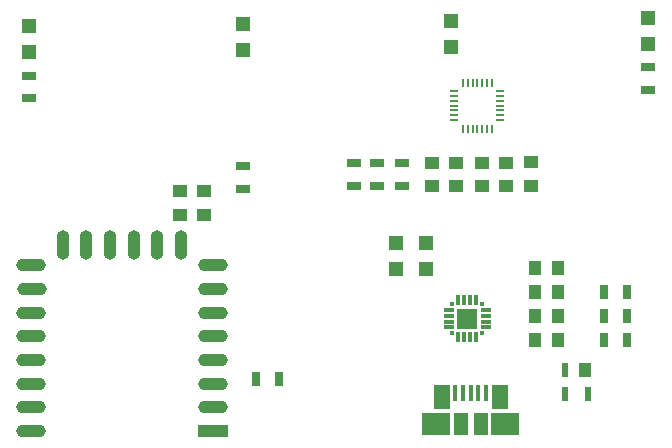
<source format=gbr>
G04 #@! TF.FileFunction,Paste,Top*
%FSLAX46Y46*%
G04 Gerber Fmt 4.6, Leading zero omitted, Abs format (unit mm)*
G04 Created by KiCad (PCBNEW 4.0.7) date Tue Jul 17 19:33:22 2018*
%MOMM*%
%LPD*%
G01*
G04 APERTURE LIST*
%ADD10C,0.100000*%
%ADD11R,1.000000X1.250000*%
%ADD12R,1.250000X1.000000*%
%ADD13R,1.200000X1.200000*%
%ADD14R,0.450000X1.380000*%
%ADD15R,1.475000X2.100000*%
%ADD16R,2.375000X1.900000*%
%ADD17R,1.175000X1.900000*%
%ADD18R,0.700000X1.300000*%
%ADD19R,1.300000X0.700000*%
%ADD20R,0.300000X0.300000*%
%ADD21R,0.300000X0.900000*%
%ADD22R,0.900000X0.300000*%
%ADD23R,1.800000X1.800000*%
%ADD24R,0.200000X0.800000*%
%ADD25R,0.800000X0.200000*%
%ADD26R,2.500000X1.100000*%
%ADD27O,2.500000X1.100000*%
%ADD28O,1.100000X2.500000*%
%ADD29R,0.990000X1.300000*%
%ADD30R,0.590000X1.300000*%
G04 APERTURE END LIST*
D10*
D11*
X170418000Y-127762000D03*
X168418000Y-127762000D03*
X170418000Y-125730000D03*
X168418000Y-125730000D03*
X170418000Y-123698000D03*
X168418000Y-123698000D03*
X170418000Y-121666000D03*
X168418000Y-121666000D03*
D12*
X168140000Y-114720000D03*
X168140000Y-112720000D03*
X159760000Y-114770000D03*
X159760000Y-112770000D03*
X161770000Y-114770000D03*
X161770000Y-112770000D03*
X163950000Y-114770000D03*
X163950000Y-112770000D03*
X166020000Y-114770000D03*
X166020000Y-112770000D03*
D13*
X159258000Y-119550000D03*
X159258000Y-121750000D03*
X156718000Y-119550000D03*
X156718000Y-121750000D03*
X125624000Y-103404000D03*
X125624000Y-101204000D03*
X143764000Y-103208000D03*
X143764000Y-101008000D03*
X161320000Y-103020000D03*
X161320000Y-100820000D03*
X178054000Y-102700000D03*
X178054000Y-100500000D03*
D14*
X161717200Y-132264800D03*
X162367200Y-132264800D03*
X163017200Y-132264800D03*
X163667200Y-132264800D03*
X164317200Y-132264800D03*
D15*
X160554700Y-132624800D03*
X165479700Y-132624800D03*
D16*
X160107200Y-134924800D03*
X165927200Y-134924800D03*
D17*
X162177200Y-134924800D03*
X163857200Y-134924800D03*
D18*
X174310000Y-127762000D03*
X176210000Y-127762000D03*
X174310000Y-125730000D03*
X176210000Y-125730000D03*
X174310000Y-123698000D03*
X176210000Y-123698000D03*
D19*
X153090000Y-114740000D03*
X153090000Y-112840000D03*
X155040000Y-114740000D03*
X155040000Y-112840000D03*
X125624000Y-107318000D03*
X125624000Y-105418000D03*
X143764000Y-114996000D03*
X143764000Y-113096000D03*
X157200000Y-114720000D03*
X157200000Y-112820000D03*
D18*
X146746000Y-131064000D03*
X144846000Y-131064000D03*
D19*
X178054000Y-106614000D03*
X178054000Y-104714000D03*
D20*
X161462400Y-127234000D03*
D21*
X161962400Y-127534000D03*
X162462400Y-127534000D03*
X162962400Y-127534000D03*
X163462400Y-127534000D03*
D20*
X163962400Y-127234000D03*
D22*
X164262400Y-126734000D03*
X164262400Y-126234000D03*
X164262400Y-125734000D03*
X164262400Y-125234000D03*
D20*
X163962400Y-124734000D03*
D21*
X163462400Y-124434000D03*
X162962400Y-124434000D03*
X162462400Y-124434000D03*
X161962400Y-124434000D03*
D20*
X161462400Y-124734000D03*
D22*
X161162400Y-125234000D03*
X161162400Y-125734000D03*
X161162400Y-126234000D03*
X161162400Y-126734000D03*
D23*
X162712400Y-125984000D03*
D24*
X162376000Y-109900000D03*
X162776000Y-109900000D03*
X163176000Y-109900000D03*
X163576000Y-109900000D03*
X163976000Y-109900000D03*
X164376000Y-109900000D03*
X164776000Y-109900000D03*
D25*
X165526000Y-109150000D03*
X165526000Y-108750000D03*
X165526000Y-108350000D03*
X165526000Y-107950000D03*
X165526000Y-107550000D03*
X165526000Y-107150000D03*
X165526000Y-106750000D03*
D24*
X164776000Y-106000000D03*
X164376000Y-106000000D03*
X163976000Y-106000000D03*
X163576000Y-106000000D03*
X163176000Y-106000000D03*
X162776000Y-106000000D03*
X162376000Y-106000000D03*
D25*
X161626000Y-106750000D03*
X161626000Y-107150000D03*
X161626000Y-107550000D03*
X161626000Y-107950000D03*
X161626000Y-108350000D03*
X161626000Y-108750000D03*
X161626000Y-109150000D03*
D26*
X141162000Y-135483600D03*
D27*
X141162000Y-133483600D03*
X141162000Y-131483600D03*
X141162000Y-129483600D03*
X141162000Y-127483600D03*
X141162000Y-125483600D03*
X141162000Y-123483600D03*
X141162000Y-121483600D03*
X125762000Y-121483600D03*
X125862000Y-123483600D03*
X125762000Y-125483600D03*
X125762000Y-127483600D03*
X125762000Y-129483600D03*
X125762000Y-131483600D03*
X125762000Y-133483600D03*
X125762000Y-135483600D03*
D28*
X138472000Y-119783600D03*
X136472000Y-119783600D03*
X134472000Y-119783600D03*
X132472000Y-119783600D03*
X130472000Y-119783600D03*
X128472000Y-119783600D03*
D29*
X172718000Y-130293000D03*
D30*
X170998000Y-130293000D03*
X170998000Y-132343000D03*
X172918000Y-132343000D03*
D12*
X140462000Y-117179600D03*
X140462000Y-115179600D03*
X138430000Y-117179600D03*
X138430000Y-115179600D03*
M02*

</source>
